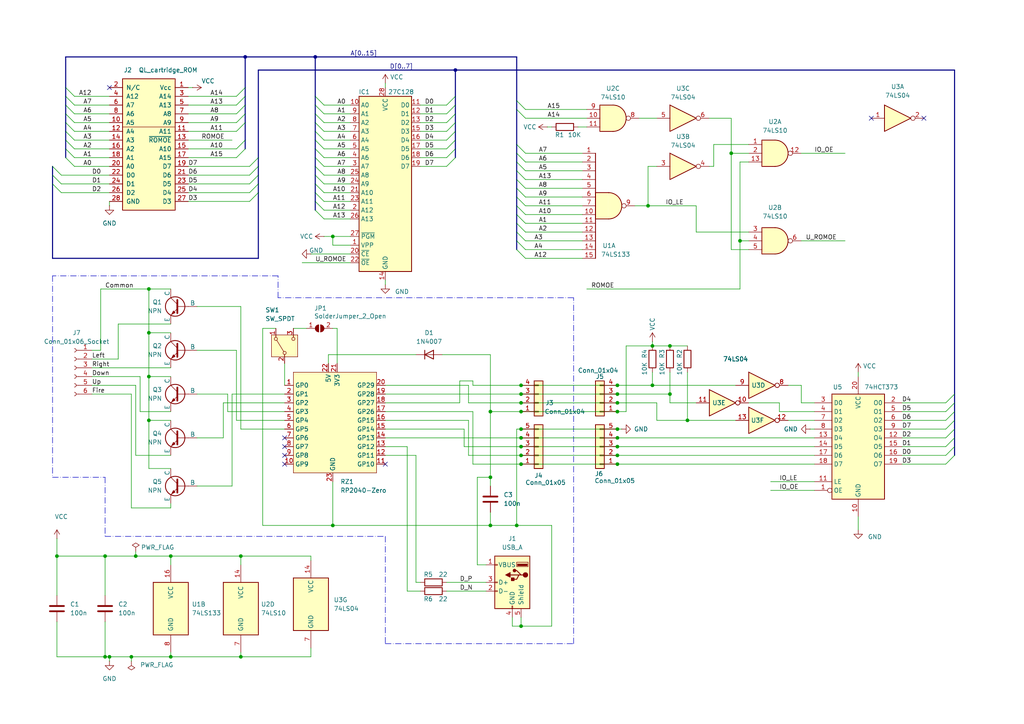
<source format=kicad_sch>
(kicad_sch (version 20231120) (generator "eeschema") (generator_version "8.0")
  (paper "A4")
  (title_block (title "mICE & Starmouse Cartridge for Sinclair QL") (date "2024-07-19") (rev "0") (company "(c) 2024 Alvaro Alea Fdz.") (comment 1 "IC2 should be 27C128 / W27C512") (comment 2 "https://ohwr.org/cern_ohl_s_v2.txt") (comment 3 "CERN Open Hardware Licence Version 2 - Strongly Reciprocal") (comment 4 "Under license"))
  (junction (at 212.09 44.45))
  (junction (at 132.08 20.32))
  (junction (at 187.96 59.69))
  (junction (at 142.24 138.43))
  (junction (at 30.48 161.29))
  (junction (at 39.37 161.29))
  (junction (at 151.13 134.62))
  (junction (at 96.52 152.4))
  (junction (at 142.24 152.4))
  (junction (at 151.13 114.3))
  (junction (at 69.85 190.5))
  (junction (at 189.23 111.76))
  (junction (at 149.86 152.4))
  (junction (at 179.07 132.08))
  (junction (at 151.13 116.84))
  (junction (at 49.53 161.29))
  (junction (at 151.13 127))
  (junction (at 151.13 132.08))
  (junction (at 179.07 134.62))
  (junction (at 194.31 100.33))
  (junction (at 49.53 190.5))
  (junction (at 43.18 83.82))
  (junction (at 69.85 161.29))
  (junction (at 151.13 129.54))
  (junction (at 16.51 161.29))
  (junction (at 179.07 116.84))
  (junction (at 199.39 121.92))
  (junction (at 179.07 129.54))
  (junction (at 151.13 124.46))
  (junction (at 151.13 119.38))
  (junction (at 96.52 68.58))
  (junction (at 214.63 69.85))
  (junction (at 91.44 16.51))
  (junction (at 38.1 190.5))
  (junction (at 151.13 181.61))
  (junction (at 151.13 111.76))
  (junction (at 142.24 119.38))
  (junction (at 43.18 109.22))
  (junction (at 43.18 121.92))
  (junction (at 179.07 119.38))
  (junction (at 179.07 114.3))
  (junction (at 189.23 100.33))
  (junction (at 31.75 190.5))
  (junction (at 71.12 16.51))
  (junction (at 179.07 127))
  (junction (at 30.48 190.5))
  (junction (at 43.18 96.52))
  (junction (at 179.07 111.76))
  (junction (at 194.31 114.3))
  (junction (at 179.07 124.46))
  (no_connect (at 82.55 127))
  (no_connect (at 267.97 34.29))
  (no_connect (at 252.73 34.29))
  (no_connect (at 82.55 134.62))
  (no_connect (at 82.55 129.54))
  (no_connect (at 111.76 134.62))
  (no_connect (at 82.55 132.08))
  (no_connect (at 31.75 25.4))
  (bus_entry (at 91.44 50.8) (size 2.54 2.54))
  (bus_entry (at 276.86 127) (size -2.54 2.54))
  (bus_entry (at 149.86 41.91) (size 2.54 2.54))
  (bus_entry (at 132.08 45.72) (size -2.54 2.54))
  (bus_entry (at 19.05 33.02) (size 2.54 2.54))
  (bus_entry (at 74.93 45.72) (size -2.54 2.54))
  (bus_entry (at 149.86 46.99) (size 2.54 2.54))
  (bus_entry (at 91.44 33.02) (size 2.54 2.54))
  (bus_entry (at 19.05 40.64) (size 2.54 2.54))
  (bus_entry (at 149.86 69.85) (size 2.54 2.54))
  (bus_entry (at 71.12 40.64) (size -2.54 2.54))
  (bus_entry (at 276.86 114.3) (size -2.54 2.54))
  (bus_entry (at 19.05 25.4) (size 2.54 2.54))
  (bus_entry (at 149.86 49.53) (size 2.54 2.54))
  (bus_entry (at 71.12 27.94) (size -2.54 2.54))
  (bus_entry (at 71.12 35.56) (size -2.54 2.54))
  (bus_entry (at 132.08 35.56) (size -2.54 2.54))
  (bus_entry (at 91.44 43.18) (size 2.54 2.54))
  (bus_entry (at 19.05 27.94) (size 2.54 2.54))
  (bus_entry (at 91.44 35.56) (size 2.54 2.54))
  (bus_entry (at 149.86 44.45) (size 2.54 2.54))
  (bus_entry (at 74.93 48.26) (size -2.54 2.54))
  (bus_entry (at 15.24 48.26) (size 2.54 2.54))
  (bus_entry (at 132.08 30.48) (size -2.54 2.54))
  (bus_entry (at 15.24 53.34) (size 2.54 2.54))
  (bus_entry (at 19.05 43.18) (size 2.54 2.54))
  (bus_entry (at 19.05 38.1) (size 2.54 2.54))
  (bus_entry (at 91.44 55.88) (size 2.54 2.54))
  (bus_entry (at 91.44 48.26) (size 2.54 2.54))
  (bus_entry (at 149.86 31.75) (size 2.54 2.54))
  (bus_entry (at 132.08 38.1) (size -2.54 2.54))
  (bus_entry (at 132.08 27.94) (size -2.54 2.54))
  (bus_entry (at 71.12 33.02) (size -2.54 2.54))
  (bus_entry (at 91.44 60.96) (size 2.54 2.54))
  (bus_entry (at 91.44 53.34) (size 2.54 2.54))
  (bus_entry (at 276.86 116.84) (size -2.54 2.54))
  (bus_entry (at 71.12 43.18) (size -2.54 2.54))
  (bus_entry (at 149.86 29.21) (size 2.54 2.54))
  (bus_entry (at 132.08 40.64) (size -2.54 2.54))
  (bus_entry (at 149.86 72.39) (size 2.54 2.54))
  (bus_entry (at 149.86 62.23) (size 2.54 2.54))
  (bus_entry (at 15.24 50.8) (size 2.54 2.54))
  (bus_entry (at 149.86 54.61) (size 2.54 2.54))
  (bus_entry (at 71.12 30.48) (size -2.54 2.54))
  (bus_entry (at 91.44 45.72) (size 2.54 2.54))
  (bus_entry (at 74.93 53.34) (size -2.54 2.54))
  (bus_entry (at 276.86 119.38) (size -2.54 2.54))
  (bus_entry (at 74.93 55.88) (size -2.54 2.54))
  (bus_entry (at 19.05 35.56) (size 2.54 2.54))
  (bus_entry (at 149.86 52.07) (size 2.54 2.54))
  (bus_entry (at 19.05 30.48) (size 2.54 2.54))
  (bus_entry (at 132.08 43.18) (size -2.54 2.54))
  (bus_entry (at 149.86 64.77) (size 2.54 2.54))
  (bus_entry (at 91.44 40.64) (size 2.54 2.54))
  (bus_entry (at 132.08 33.02) (size -2.54 2.54))
  (bus_entry (at 149.86 59.69) (size 2.54 2.54))
  (bus_entry (at 149.86 57.15) (size 2.54 2.54))
  (bus_entry (at 19.05 45.72) (size 2.54 2.54))
  (bus_entry (at 276.86 129.54) (size -2.54 2.54))
  (bus_entry (at 276.86 124.46) (size -2.54 2.54))
  (bus_entry (at 74.93 50.8) (size -2.54 2.54))
  (bus_entry (at 91.44 38.1) (size 2.54 2.54))
  (bus_entry (at 91.44 27.94) (size 2.54 2.54))
  (bus_entry (at 276.86 132.08) (size -2.54 2.54))
  (bus_entry (at 149.86 67.31) (size 2.54 2.54))
  (bus_entry (at 91.44 58.42) (size 2.54 2.54))
  (bus_entry (at 91.44 30.48) (size 2.54 2.54))
  (bus_entry (at 71.12 25.4) (size -2.54 2.54))
  (bus_entry (at 276.86 121.92) (size -2.54 2.54))
  (wire (pts (xy 199.39 107.95) (xy 199.39 121.92)))
  (wire (pts (xy 26.67 114.3) (xy 38.1 114.3)))
  (wire (pts (xy 135.89 132.08) (xy 151.13 132.08)))
  (wire (pts (xy 207.01 41.91) (xy 217.17 41.91)))
  (wire (pts (xy 121.92 43.18) (xy 129.54 43.18)))
  (bus (pts (xy 276.86 132.08) (xy 276.86 129.54)))
  (bus (pts (xy 91.44 35.56) (xy 91.44 38.1)))
  (bus (pts (xy 91.44 45.72) (xy 91.44 48.26)))
  (wire (pts (xy 93.98 53.34) (xy 101.6 53.34)))
  (wire (pts (xy 138.43 138.43) (xy 138.43 163.83)))
  (wire (pts (xy 261.62 129.54) (xy 274.32 129.54)))
  (wire (pts (xy 17.78 53.34) (xy 31.75 53.34)))
  (wire (pts (xy 189.23 111.76) (xy 213.36 111.76)))
  (wire (pts (xy 93.98 60.96) (xy 101.6 60.96)))
  (wire (pts (xy 149.86 124.46) (xy 149.86 152.4)))
  (wire (pts (xy 223.52 139.7) (xy 236.22 139.7)))
  (wire (pts (xy 134.62 129.54) (xy 134.62 124.46)))
  (wire (pts (xy 43.18 96.52) (xy 49.53 96.52)))
  (bus (pts (xy 276.86 20.32) (xy 276.86 114.3)))
  (wire (pts (xy 179.07 134.62) (xy 236.22 134.62)))
  (wire (pts (xy 76.2 95.25) (xy 76.2 152.4)))
  (wire (pts (xy 152.4 44.45) (xy 168.91 44.45)))
  (bus (pts (xy 15.24 50.8) (xy 15.24 53.34)))
  (bus (pts (xy 132.08 38.1) (xy 132.08 40.64)))
  (bus (pts (xy 74.93 55.88) (xy 74.93 74.93)))
  (wire (pts (xy 232.41 116.84) (xy 236.22 116.84)))
  (bus (pts (xy 71.12 16.51) (xy 71.12 25.4)))
  (wire (pts (xy 199.39 100.33) (xy 194.31 100.33)))
  (wire (pts (xy 134.62 124.46) (xy 111.76 124.46)))
  (wire (pts (xy 138.43 163.83) (xy 140.97 163.83)))
  (wire (pts (xy 135.89 116.84) (xy 151.13 116.84)))
  (wire (pts (xy 261.62 127) (xy 274.32 127)))
  (wire (pts (xy 64.77 116.84) (xy 82.55 116.84)))
  (wire (pts (xy 38.1 190.5) (xy 49.53 190.5)))
  (wire (pts (xy 111.76 119.38) (xy 137.16 119.38)))
  (wire (pts (xy 93.98 63.5) (xy 101.6 63.5)))
  (polyline (pts (xy 111.76 155.575) (xy 111.76 186.69)) (stroke (width 0) (type dash_dot)))
  (wire (pts (xy 54.61 25.4) (xy 55.88 25.4)))
  (wire (pts (xy 31.75 190.5) (xy 31.75 191.77)))
  (wire (pts (xy 16.51 161.29) (xy 16.51 172.72)))
  (wire (pts (xy 16.51 161.29) (xy 30.48 161.29)))
  (wire (pts (xy 39.37 161.29) (xy 30.48 161.29)))
  (wire (pts (xy 54.61 45.72) (xy 68.58 45.72)))
  (bus (pts (xy 149.86 41.91) (xy 149.86 44.45)))
  (bus (pts (xy 19.05 30.48) (xy 19.05 33.02)))
  (wire (pts (xy 49.53 190.5) (xy 69.85 190.5)))
  (wire (pts (xy 217.17 72.39) (xy 212.09 72.39)))
  (wire (pts (xy 160.02 152.4) (xy 149.86 152.4)))
  (wire (pts (xy 93.98 30.48) (xy 101.6 30.48)))
  (wire (pts (xy 194.31 107.95) (xy 194.31 114.3)))
  (wire (pts (xy 76.2 152.4) (xy 96.52 152.4)))
  (wire (pts (xy 135.89 121.92) (xy 135.89 132.08)))
  (wire (pts (xy 152.4 67.31) (xy 168.91 67.31)))
  (wire (pts (xy 152.4 54.61) (xy 168.91 54.61)))
  (wire (pts (xy 194.31 114.3) (xy 194.31 116.84)))
  (wire (pts (xy 152.4 69.85) (xy 168.91 69.85)))
  (wire (pts (xy 93.98 68.58) (xy 96.52 68.58)))
  (wire (pts (xy 187.96 48.26) (xy 187.96 59.69)))
  (wire (pts (xy 64.77 127) (xy 57.15 127)))
  (polyline (pts (xy 30.48 138.43) (xy 30.48 155.575)) (stroke (width 0) (type dash_dot)))
  (wire (pts (xy 179.07 124.46) (xy 180.34 124.46)))
  (wire (pts (xy 226.06 116.84) (xy 217.17 116.84)))
  (wire (pts (xy 66.04 114.3) (xy 66.04 119.38)))
  (bus (pts (xy 132.08 30.48) (xy 132.08 33.02)))
  (bus (pts (xy 74.93 50.8) (xy 74.93 53.34)))
  (wire (pts (xy 39.37 111.76) (xy 39.37 132.08)))
  (wire (pts (xy 49.53 190.5) (xy 49.53 189.23)))
  (wire (pts (xy 205.74 34.29) (xy 212.09 34.29)))
  (wire (pts (xy 69.85 124.46) (xy 82.55 124.46)))
  (wire (pts (xy 43.18 135.89) (xy 49.53 135.89)))
  (bus (pts (xy 91.44 38.1) (xy 91.44 40.64)))
  (wire (pts (xy 179.07 134.62) (xy 151.13 134.62)))
  (wire (pts (xy 201.93 59.69) (xy 201.93 67.31)))
  (wire (pts (xy 232.41 69.85) (xy 245.11 69.85)))
  (wire (pts (xy 187.96 59.69) (xy 201.93 59.69)))
  (wire (pts (xy 54.61 55.88) (xy 72.39 55.88)))
  (wire (pts (xy 185.42 34.29) (xy 190.5 34.29)))
  (wire (pts (xy 49.53 147.32) (xy 38.1 147.32)))
  (wire (pts (xy 93.98 35.56) (xy 101.6 35.56)))
  (wire (pts (xy 57.15 101.6) (xy 68.58 101.6)))
  (bus (pts (xy 91.44 40.64) (xy 91.44 43.18)))
  (wire (pts (xy 21.59 35.56) (xy 31.75 35.56)))
  (wire (pts (xy 43.18 121.92) (xy 49.53 121.92)))
  (wire (pts (xy 85.09 95.25) (xy 88.9 95.25)))
  (bus (pts (xy 91.44 16.51) (xy 149.86 16.51)))
  (wire (pts (xy 205.74 48.26) (xy 207.01 48.26)))
  (wire (pts (xy 142.24 119.38) (xy 142.24 102.87)))
  (bus (pts (xy 71.12 35.56) (xy 71.12 40.64)))
  (wire (pts (xy 151.13 111.76) (xy 179.07 111.76)))
  (wire (pts (xy 111.76 127) (xy 151.13 127)))
  (wire (pts (xy 96.52 139.7) (xy 96.52 152.4)))
  (wire (pts (xy 16.51 190.5) (xy 16.51 180.34)))
  (wire (pts (xy 30.48 190.5) (xy 16.51 190.5)))
  (wire (pts (xy 31.75 190.5) (xy 30.48 190.5)))
  (wire (pts (xy 38.1 190.5) (xy 31.75 190.5)))
  (bus (pts (xy 19.05 38.1) (xy 19.05 40.64)))
  (bus (pts (xy 149.86 52.07) (xy 149.86 54.61)))
  (bus (pts (xy 149.86 62.23) (xy 149.86 64.77)))
  (wire (pts (xy 121.92 40.64) (xy 129.54 40.64)))
  (bus (pts (xy 91.44 43.18) (xy 91.44 45.72)))
  (wire (pts (xy 261.62 121.92) (xy 274.32 121.92)))
  (polyline (pts (xy 80.645 80.01) (xy 15.24 80.01)) (stroke (width 0) (type dash_dot)))
  (wire (pts (xy 93.98 50.8) (xy 101.6 50.8)))
  (bus (pts (xy 19.05 35.56) (xy 19.05 38.1)))
  (bus (pts (xy 15.24 74.93) (xy 74.93 74.93)))
  (wire (pts (xy 152.4 62.23) (xy 168.91 62.23)))
  (wire (pts (xy 261.62 116.84) (xy 274.32 116.84)))
  (wire (pts (xy 179.07 127) (xy 236.22 127)))
  (wire (pts (xy 234.95 124.46) (xy 236.22 124.46)))
  (wire (pts (xy 43.18 109.22) (xy 49.53 109.22)))
  (bus (pts (xy 149.86 57.15) (xy 149.86 59.69)))
  (polyline (pts (xy 15.24 80.01) (xy 15.24 138.43)) (stroke (width 0) (type dash_dot)))
  (bus (pts (xy 132.08 35.56) (xy 132.08 38.1)))
  (wire (pts (xy 152.4 72.39) (xy 168.91 72.39)))
  (bus (pts (xy 276.86 129.54) (xy 276.86 127)))
  (wire (pts (xy 184.15 59.69) (xy 187.96 59.69)))
  (bus (pts (xy 74.93 53.34) (xy 74.93 55.88)))
  (wire (pts (xy 26.67 104.14) (xy 34.29 104.14)))
  (wire (pts (xy 66.04 114.3) (xy 57.15 114.3)))
  (wire (pts (xy 49.53 161.29) (xy 49.53 163.83)))
  (wire (pts (xy 111.76 81.28) (xy 111.76 82.55)))
  (wire (pts (xy 66.04 119.38) (xy 82.55 119.38)))
  (wire (pts (xy 39.37 160.02) (xy 39.37 161.29)))
  (wire (pts (xy 142.24 152.4) (xy 149.86 152.4)))
  (wire (pts (xy 29.21 101.6) (xy 29.21 83.82)))
  (bus (pts (xy 19.05 25.4) (xy 19.05 27.94)))
  (wire (pts (xy 93.98 38.1) (xy 101.6 38.1)))
  (wire (pts (xy 179.07 129.54) (xy 151.13 129.54)))
  (wire (pts (xy 201.93 67.31) (xy 217.17 67.31)))
  (bus (pts (xy 91.44 33.02) (xy 91.44 35.56)))
  (wire (pts (xy 21.59 33.02) (xy 31.75 33.02)))
  (wire (pts (xy 142.24 152.4) (xy 142.24 148.59)))
  (wire (pts (xy 151.13 119.38) (xy 179.07 119.38)))
  (wire (pts (xy 67.31 114.3) (xy 82.55 114.3)))
  (wire (pts (xy 232.41 116.84) (xy 232.41 111.76)))
  (wire (pts (xy 43.18 109.22) (xy 43.18 121.92)))
  (wire (pts (xy 43.18 83.82) (xy 49.53 83.82)))
  (wire (pts (xy 179.07 111.76) (xy 189.23 111.76)))
  (wire (pts (xy 179.07 116.84) (xy 190.5 116.84)))
  (wire (pts (xy 17.78 55.88) (xy 31.75 55.88)))
  (wire (pts (xy 97.79 105.41) (xy 97.79 95.25)))
  (bus (pts (xy 74.93 45.72) (xy 74.93 48.26)))
  (polyline (pts (xy 30.48 155.575) (xy 111.76 155.575)) (stroke (width 0) (type dash_dot)))
  (wire (pts (xy 212.09 44.45) (xy 212.09 34.29)))
  (bus (pts (xy 132.08 43.18) (xy 132.08 45.72)))
  (bus (pts (xy 276.86 127) (xy 276.86 124.46)))
  (wire (pts (xy 49.53 161.29) (xy 69.85 161.29)))
  (wire (pts (xy 158.75 36.83) (xy 160.02 36.83)))
  (wire (pts (xy 93.98 55.88) (xy 101.6 55.88)))
  (wire (pts (xy 38.1 114.3) (xy 38.1 147.32)))
  (wire (pts (xy 214.63 69.85) (xy 214.63 83.82)))
  (bus (pts (xy 149.86 16.51) (xy 149.86 29.21)))
  (wire (pts (xy 29.21 83.82) (xy 43.18 83.82)))
  (polyline (pts (xy 80.645 86.36) (xy 80.645 80.01)) (stroke (width 0) (type dash_dot)))
  (wire (pts (xy 39.37 161.29) (xy 49.53 161.29)))
  (wire (pts (xy 90.17 73.66) (xy 101.6 73.66)))
  (wire (pts (xy 21.59 48.26) (xy 31.75 48.26)))
  (wire (pts (xy 118.11 129.54) (xy 118.11 171.45)))
  (wire (pts (xy 21.59 45.72) (xy 31.75 45.72)))
  (wire (pts (xy 93.98 48.26) (xy 101.6 48.26)))
  (wire (pts (xy 49.53 132.08) (xy 39.37 132.08)))
  (wire (pts (xy 90.17 161.29) (xy 90.17 162.56)))
  (wire (pts (xy 142.24 138.43) (xy 138.43 138.43)))
  (wire (pts (xy 179.07 132.08) (xy 151.13 132.08)))
  (wire (pts (xy 152.4 57.15) (xy 168.91 57.15)))
  (wire (pts (xy 96.52 71.12) (xy 101.6 71.12)))
  (wire (pts (xy 54.61 38.1) (xy 68.58 38.1)))
  (wire (pts (xy 111.76 132.08) (xy 120.65 132.08)))
  (wire (pts (xy 87.63 76.2) (xy 101.6 76.2)))
  (wire (pts (xy 121.92 35.56) (xy 129.54 35.56)))
  (wire (pts (xy 152.4 46.99) (xy 168.91 46.99)))
  (bus (pts (xy 74.93 20.32) (xy 132.08 20.32)))
  (bus (pts (xy 132.08 20.32) (xy 132.08 27.94)))
  (wire (pts (xy 93.98 58.42) (xy 101.6 58.42)))
  (wire (pts (xy 54.61 50.8) (xy 72.39 50.8)))
  (wire (pts (xy 69.85 190.5) (xy 90.17 190.5)))
  (bus (pts (xy 19.05 16.51) (xy 19.05 25.4)))
  (bus (pts (xy 71.12 16.51) (xy 19.05 16.51)))
  (wire (pts (xy 232.41 111.76) (xy 228.6 111.76)))
  (wire (pts (xy 26.67 111.76) (xy 39.37 111.76)))
  (bus (pts (xy 276.86 119.38) (xy 276.86 116.84)))
  (bus (pts (xy 19.05 33.02) (xy 19.05 35.56)))
  (wire (pts (xy 179.07 127) (xy 151.13 127)))
  (wire (pts (xy 111.76 114.3) (xy 151.13 114.3)))
  (wire (pts (xy 111.76 24.13) (xy 111.76 25.4)))
  (bus (pts (xy 91.44 53.34) (xy 91.44 55.88)))
  (bus (pts (xy 132.08 27.94) (xy 132.08 30.48)))
  (bus (pts (xy 91.44 58.42) (xy 91.44 60.96)))
  (wire (pts (xy 129.54 168.91) (xy 140.97 168.91)))
  (wire (pts (xy 137.16 111.76) (xy 151.13 111.76)))
  (wire (pts (xy 179.07 129.54) (xy 236.22 129.54)))
  (bus (pts (xy 149.86 44.45) (xy 149.86 46.99)))
  (wire (pts (xy 226.06 119.38) (xy 236.22 119.38)))
  (wire (pts (xy 21.59 40.64) (xy 31.75 40.64)))
  (bus (pts (xy 71.12 16.51) (xy 91.44 16.51)))
  (wire (pts (xy 96.52 68.58) (xy 96.52 71.12)))
  (wire (pts (xy 21.59 30.48) (xy 31.75 30.48)))
  (bus (pts (xy 132.08 33.02) (xy 132.08 35.56)))
  (wire (pts (xy 228.6 121.92) (xy 236.22 121.92)))
  (wire (pts (xy 248.92 149.86) (xy 248.92 153.67)))
  (wire (pts (xy 190.5 48.26) (xy 187.96 48.26)))
  (wire (pts (xy 261.62 132.08) (xy 274.32 132.08)))
  (wire (pts (xy 118.11 171.45) (xy 121.92 171.45)))
  (bus (pts (xy 149.86 69.85) (xy 149.86 72.39)))
  (bus (pts (xy 149.86 29.21) (xy 149.86 31.75)))
  (bus (pts (xy 149.86 49.53) (xy 149.86 52.07)))
  (wire (pts (xy 189.23 107.95) (xy 189.23 111.76)))
  (wire (pts (xy 179.07 116.84) (xy 151.13 116.84)))
  (bus (pts (xy 71.12 40.64) (xy 71.12 43.18)))
  (wire (pts (xy 151.13 124.46) (xy 149.86 124.46)))
  (wire (pts (xy 261.62 134.62) (xy 274.32 134.62)))
  (wire (pts (xy 128.27 102.87) (xy 142.24 102.87)))
  (wire (pts (xy 49.53 119.38) (xy 40.64 119.38)))
  (polyline (pts (xy 166.37 186.69) (xy 166.37 86.36)) (stroke (width 0) (type dash_dot)))
  (wire (pts (xy 151.13 181.61) (xy 151.13 179.07)))
  (wire (pts (xy 26.67 106.68) (xy 49.53 106.68)))
  (wire (pts (xy 212.09 72.39) (xy 212.09 44.45)))
  (wire (pts (xy 30.48 180.34) (xy 30.48 190.5)))
  (bus (pts (xy 19.05 40.64) (xy 19.05 43.18)))
  (wire (pts (xy 151.13 129.54) (xy 134.62 129.54)))
  (bus (pts (xy 91.44 48.26) (xy 91.44 50.8)))
  (wire (pts (xy 54.61 48.26) (xy 72.39 48.26)))
  (wire (pts (xy 261.62 119.38) (xy 274.32 119.38)))
  (wire (pts (xy 248.92 107.95) (xy 248.92 109.22)))
  (bus (pts (xy 15.24 53.34) (xy 15.24 74.93)))
  (wire (pts (xy 96.52 95.25) (xy 97.79 95.25)))
  (bus (pts (xy 71.12 27.94) (xy 71.12 30.48)))
  (wire (pts (xy 54.61 58.42) (xy 72.39 58.42)))
  (wire (pts (xy 133.35 110.49) (xy 137.16 110.49)))
  (wire (pts (xy 111.76 129.54) (xy 118.11 129.54)))
  (wire (pts (xy 189.23 99.06) (xy 189.23 100.33)))
  (wire (pts (xy 129.54 171.45) (xy 140.97 171.45)))
  (wire (pts (xy 43.18 83.82) (xy 43.18 96.52)))
  (wire (pts (xy 135.89 111.76) (xy 111.76 111.76)))
  (wire (pts (xy 179.07 119.38) (xy 181.61 119.38)))
  (wire (pts (xy 26.67 101.6) (xy 29.21 101.6)))
  (wire (pts (xy 93.98 33.02) (xy 101.6 33.02)))
  (wire (pts (xy 152.4 64.77) (xy 168.91 64.77)))
  (wire (pts (xy 214.63 46.99) (xy 214.63 69.85)))
  (wire (pts (xy 223.52 142.24) (xy 236.22 142.24)))
  (wire (pts (xy 93.98 40.64) (xy 101.6 40.64)))
  (wire (pts (xy 96.52 152.4) (xy 142.24 152.4)))
  (polyline (pts (xy 15.24 138.43) (xy 30.48 138.43)) (stroke (width 0) (type dash_dot)))
  (wire (pts (xy 142.24 119.38) (xy 142.24 138.43)))
  (wire (pts (xy 179.07 114.3) (xy 194.31 114.3)))
  (wire (pts (xy 121.92 33.02) (xy 129.54 33.02)))
  (wire (pts (xy 148.59 179.07) (xy 148.59 181.61)))
  (bus (pts (xy 149.86 59.69) (xy 149.86 62.23)))
  (bus (pts (xy 276.86 116.84) (xy 276.86 114.3)))
  (wire (pts (xy 38.1 190.5) (xy 38.1 191.77)))
  (bus (pts (xy 91.44 30.48) (xy 91.44 33.02)))
  (wire (pts (xy 54.61 43.18) (xy 68.58 43.18)))
  (wire (pts (xy 69.85 190.5) (xy 69.85 189.23)))
  (bus (pts (xy 91.44 50.8) (xy 91.44 53.34)))
  (wire (pts (xy 152.4 31.75) (xy 170.18 31.75)))
  (wire (pts (xy 57.15 88.9) (xy 69.85 88.9)))
  (bus (pts (xy 132.08 20.32) (xy 276.86 20.32)))
  (bus (pts (xy 276.86 124.46) (xy 276.86 121.92)))
  (bus (pts (xy 71.12 25.4) (xy 71.12 27.94)))
  (wire (pts (xy 245.11 44.45) (xy 232.41 44.45)))
  (wire (pts (xy 69.85 88.9) (xy 69.85 124.46)))
  (wire (pts (xy 67.31 114.3) (xy 67.31 140.97)))
  (wire (pts (xy 68.58 121.92) (xy 82.55 121.92)))
  (wire (pts (xy 181.61 100.33) (xy 189.23 100.33)))
  (bus (pts (xy 149.86 46.99) (xy 149.86 49.53)))
  (wire (pts (xy 17.78 50.8) (xy 31.75 50.8)))
  (wire (pts (xy 30.48 161.29) (xy 30.48 172.72)))
  (bus (pts (xy 91.44 27.94) (xy 91.44 30.48)))
  (polyline (pts (xy 166.37 86.36) (xy 80.645 86.36)) (stroke (width 0) (type dash_dot)))
  (wire (pts (xy 26.67 109.22) (xy 40.64 109.22)))
  (polyline (pts (xy 111.76 186.69) (xy 166.37 186.69)) (stroke (width 0) (type dash_dot)))
  (wire (pts (xy 31.75 58.42) (xy 31.75 59.69)))
  (wire (pts (xy 133.35 116.84) (xy 133.35 110.49)))
  (wire (pts (xy 170.18 83.82) (xy 214.63 83.82)))
  (wire (pts (xy 142.24 138.43) (xy 142.24 140.97)))
  (bus (pts (xy 19.05 43.18) (xy 19.05 45.72)))
  (wire (pts (xy 261.62 124.46) (xy 274.32 124.46)))
  (wire (pts (xy 213.36 121.92) (xy 199.39 121.92)))
  (wire (pts (xy 214.63 69.85) (xy 217.17 69.85)))
  (bus (pts (xy 91.44 55.88) (xy 91.44 58.42)))
  (wire (pts (xy 111.76 121.92) (xy 135.89 121.92)))
  (bus (pts (xy 149.86 31.75) (xy 149.86 41.91)))
  (wire (pts (xy 95.25 102.87) (xy 120.65 102.87)))
  (bus (pts (xy 15.24 48.26) (xy 15.24 50.8)))
  (bus (pts (xy 74.93 20.32) (xy 74.93 45.72)))
  (wire (pts (xy 64.77 116.84) (xy 64.77 127)))
  (wire (pts (xy 148.59 181.61) (xy 151.13 181.61)))
  (wire (pts (xy 201.93 116.84) (xy 194.31 116.84)))
  (wire (pts (xy 121.92 38.1) (xy 129.54 38.1)))
  (wire (pts (xy 217.17 46.99) (xy 214.63 46.99)))
  (wire (pts (xy 160.02 181.61) (xy 160.02 152.4)))
  (wire (pts (xy 76.2 95.25) (xy 80.01 95.25)))
  (wire (pts (xy 207.01 48.26) (xy 207.01 41.91)))
  (wire (pts (xy 54.61 53.34) (xy 72.39 53.34)))
  (wire (pts (xy 121.92 30.48) (xy 129.54 30.48)))
  (wire (pts (xy 181.61 119.38) (xy 181.61 100.33)))
  (wire (pts (xy 54.61 30.48) (xy 68.58 30.48)))
  (bus (pts (xy 71.12 33.02) (xy 71.12 35.56)))
  (wire (pts (xy 21.59 27.94) (xy 31.75 27.94)))
  (wire (pts (xy 179.07 132.08) (xy 236.22 132.08)))
  (wire (pts (xy 57.15 140.97) (xy 67.31 140.97)))
  (wire (pts (xy 152.4 49.53) (xy 168.91 49.53)))
  (wire (pts (xy 93.98 43.18) (xy 101.6 43.18)))
  (bus (pts (xy 91.44 16.51) (xy 91.44 27.94)))
  (wire (pts (xy 96.52 68.58) (xy 101.6 68.58)))
  (wire (pts (xy 137.16 134.62) (xy 151.13 134.62)))
  (wire (pts (xy 69.85 161.29) (xy 90.17 161.29)))
  (wire (pts (xy 49.53 146.05) (xy 49.53 147.32)))
  (wire (pts (xy 121.92 168.91) (xy 120.65 168.91)))
  (wire (pts (xy 34.29 93.98) (xy 34.29 104.14)))
  (wire (pts (xy 217.17 44.45) (xy 212.09 44.45)))
  (wire (pts (xy 152.4 52.07) (xy 168.91 52.07)))
  (wire (pts (xy 135.89 111.76) (xy 135.89 116.84)))
  (wire (pts (xy 21.59 43.18) (xy 31.75 43.18)))
  (wire (pts (xy 151.13 181.61) (xy 160.02 181.61)))
  (wire (pts (xy 54.61 40.64) (xy 67.31 40.64)))
  (wire (pts (xy 69.85 163.83) (xy 69.85 161.29)))
  (wire (pts (xy 34.29 93.98) (xy 49.53 93.98)))
  (wire (pts (xy 152.4 74.93) (xy 168.91 74.93)))
  (bus (pts (xy 71.12 30.48) (xy 71.12 33.02)))
  (wire (pts (xy 68.58 101.6) (xy 68.58 121.92)))
  (wire (pts (xy 93.98 45.72) (xy 101.6 45.72)))
  (bus (pts (xy 19.05 27.94) (xy 19.05 30.48)))
  (bus (pts (xy 149.86 64.77) (xy 149.86 67.31)))
  (wire (pts (xy 111.76 116.84) (xy 133.35 116.84)))
  (wire (pts (xy 54.61 35.56) (xy 68.58 35.56)))
  (wire (pts (xy 82.55 105.41) (xy 82.55 111.76)))
  (wire (pts (xy 43.18 121.92) (xy 43.18 135.89)))
  (wire (pts (xy 152.4 34.29) (xy 170.18 34.29)))
  (wire (pts (xy 194.31 100.33) (xy 189.23 100.33)))
  (wire (pts (xy 121.92 45.72) (xy 129.54 45.72)))
  (bus (pts (xy 132.08 40.64) (xy 132.08 43.18)))
  (wire (pts (xy 190.5 116.84) (xy 190.5 121.92)))
  (wire (pts (xy 190.5 121.92) (xy 199.39 121.92)))
  (bus (pts (xy 74.93 48.26) (xy 74.93 50.8)))
  (wire (pts (xy 21.59 38.1) (xy 31.75 38.1)))
  (wire (pts (xy 226.06 119.38) (xy 226.06 116.84)))
  (bus (pts (xy 149.86 54.61) (xy 149.86 57.15)))
  (wire (pts (xy 167.64 36.83) (xy 170.18 36.83)))
  (wire (pts (xy 152.4 59.69) (xy 168.91 59.69)))
  (wire (pts (xy 16.51 156.21) (xy 16.51 161.29)))
  (wire (pts (xy 120.65 168.91) (xy 120.65 132.08)))
  (wire (pts (xy 137.16 119.38) (xy 137.16 134.62)))
  (wire (pts (xy 121.92 48.26) (xy 129.54 48.26)))
  (wire (pts (xy 40.64 119.38) (xy 40.64 109.22)))
  (wire (pts (xy 54.61 33.02) (xy 68.58 33.02)))
  (wire (pts (xy 151.13 114.3) (xy 179.07 114.3)))
  (wire (pts (xy 54.61 27.94) (xy 68.58 27.94)))
  (wire (pts (xy 43.18 96.52) (xy 43.18 109.22)))
  (wire (pts (xy 137.16 111.76) (xy 137.16 110.49)))
  (bus (pts (xy 276.86 121.92) (xy 276.86 119.38)))
  (bus (pts (xy 149.86 67.31) (xy 149.86 69.85)))
  (wire (pts (xy 95.25 102.87) (xy 95.25 105.41)))
  (wire (pts (xy 90.17 187.96) (xy 90.17 190.5)))
  (wire (pts (xy 142.24 119.38) (xy 151.13 119.38)))
  (wire (pts (xy 179.07 124.46) (xy 151.13 124.46)))
  (label "D3" (at 54.61 58.42 0))
  (label "A10" (at 96.52 55.88 0))
  (label "A13" (at 96.52 63.5 0))
  (label "A6" (at 156.21 46.99 0))
  (label "A[0..15]" (at 101.6 16.51 0))
  (label "A11" (at 96.52 58.42 0))
  (label "A5" (at 156.21 49.53 0))
  (label "A2" (at 24.13 43.18 0))
  (label "A9" (at 97.79 53.34 0))
  (label "D1" (at 26.67 53.34 0))
  (label "A4" (at 24.13 38.1 0))
  (label "A4" (at 97.79 40.64 0))
  (label "D5" (at 54.61 53.34 0))
  (label "D7" (at 54.61 48.26 0))
  (label "A7" (at 24.13 30.48 0))
  (label "A13" (at 60.96 30.48 0))
  (label "D5" (at 261.62 119.38 0))
  (label "D[0..7]" (at 113.03 20.32 0))
  (label "A5" (at 24.13 35.56 0))
  (label "A4" (at 154.94 72.39 0))
  (label "A6" (at 97.79 45.72 0))
  (label "A13" (at 156.21 52.07 0))
  (label "A3" (at 24.13 40.64 0))
  (label "IO_OE" (at 236.22 44.45 0))
  (label "A8" (at 97.79 50.8 0))
  (label "A12" (at 22.86 27.94 0))
  (label "D2" (at 123.19 35.56 0))
  (label "A11" (at 60.96 38.1 0))
  (label "D0" (at 123.19 30.48 0))
  (label "A8" (at 156.21 54.61 0))
  (label "D2" (at 26.67 55.88 0))
  (label "D1" (at 123.19 33.02 0))
  (label "ROMOE" (at 171.45 83.82 0))
  (label "A3" (at 97.79 38.1 0))
  (label "A1" (at 156.21 64.77 0))
  (label "D6" (at 261.62 121.92 0))
  (label "D3" (at 261.62 134.62 0))
  (label "D3" (at 123.19 38.1 0))
  (label "Fire" (at 26.67 114.3 0))
  (label "D4" (at 261.62 116.84 0))
  (label "D4" (at 123.19 40.64 0))
  (label "A7" (at 156.21 44.45 0))
  (label "A6" (at 24.13 33.02 0))
  (label "A9" (at 60.96 35.56 0))
  (label "A2" (at 97.79 35.56 0))
  (label "D1" (at 261.62 129.54 0))
  (label "A11" (at 156.21 59.69 0))
  (label "A9" (at 156.21 57.15 0))
  (label "IO_LE" (at 226.06 139.7 0))
  (label "U_ROMOE" (at 233.68 69.85 0))
  (label "D0" (at 261.62 132.08 0))
  (label "IO_OE" (at 226.06 142.24 0))
  (label "D7" (at 123.19 48.26 0))
  (label "Up" (at 26.67 111.76 0))
  (label "D7" (at 261.62 124.46 0))
  (label "Left" (at 26.67 104.14 0))
  (label "U_ROMOE" (at 91.44 76.2 0))
  (label "A3" (at 154.94 69.85 0))
  (label "A2" (at 156.21 67.31 0))
  (label "Common" (at 30.48 83.82 0))
  (label "A15" (at 60.96 45.72 0))
  (label "D_N" (at 133.35 171.45 0))
  (label "D2" (at 261.62 127 0))
  (label "A1" (at 24.13 45.72 0))
  (label "A10" (at 60.96 43.18 0))
  (label "D_P" (at 133.35 168.91 0))
  (label "IO_LE" (at 193.04 59.69 0))
  (label "Down" (at 26.67 109.22 0))
  (label "D6" (at 54.61 50.8 0))
  (label "ROMOE" (at 58.42 40.64 0))
  (label "A0" (at 24.13 48.26 0))
  (label "A14" (at 158.75 34.29 0))
  (label "A12" (at 96.52 60.96 0))
  (label "A0" (at 97.79 30.48 0))
  (label "A5" (at 97.79 43.18 0))
  (label "D6" (at 123.19 45.72 0))
  (label "D4" (at 54.61 55.88 0))
  (label "A7" (at 97.79 48.26 0))
  (label "A12" (at 154.94 74.93 0))
  (label "A14" (at 60.96 27.94 0))
  (label "A15" (at 158.75 31.75 0))
  (label "A8" (at 60.96 33.02 0))
  (label "D0" (at 26.67 50.8 0))
  (label "A1" (at 97.79 33.02 0))
  (label "D5" (at 123.19 43.18 0))
  (label "Right" (at 26.67 106.68 0))
  (label "A10" (at 156.21 62.23 0))
  (symbol (lib_id "power:GND") (at 31.75 191.77 0) (unit 1)
    (property "Reference" "#PWR03" (effects (hide yes)))
    (property "Value" "GND" (at 31.75 196.85 0))
    (property "Description" "Power symbol creates a global label with name \"GND\" , ground" (effects (hide yes)))
  )
  (symbol (lib_id "74xx:74LS10") (at 224.79 44.45 0) (unit 1)
    (property "Reference" "U2" (at 224.79 35.306 0))
    (property "Value" "74LS10" (at 224.79 37.846 0))
    (property "Footprint" "Package_DIP:DIP-14_W7.62mm_LongPads" (effects (hide yes)))
    (property "Datasheet" "http://www.ti.com/lit/gpn/sn74LS10" (effects (hide yes)))
  )
  (symbol (lib_id "Connector_Generic:Conn_01x04") (at 173.99 116.84 180) (unit 1)
    (property "Reference" "J5" (at 173.99 109.22 0))
    (property "Value" "Conn_01x04" (at 173.482 107.442 0))
    (property "Footprint" "Connector_PinSocket_2.54mm:PinSocket_1x04_P2.54mm_Vertical" (effects (hide yes)))
  )
  (symbol (lib_id "Device:C") (at 142.24 144.78 0) (unit 1)
    (property "Reference" "C3" (at 146.05 143.51 0) (effects (justify left)))
    (property "Value" "100n" (at 146.05 146.05 0) (effects (justify left)))
    (property "Footprint" "Capacitor_THT:C_Disc_D5.0mm_W2.5mm_P5.00mm" (effects (hide yes)))
  )
  (symbol (lib_id "74xx:74LS04") (at 198.12 34.29 0) (unit 3)
    (property "Reference" "U3" (at 198.12 25.654 0))
    (property "Value" "74LS04" (at 198.12 28.194 0))
    (property "Footprint" "Package_DIP:DIP-14_W7.62mm_LongPads" (effects (hide yes)))
    (property "Datasheet" "http://www.ti.com/lit/gpn/sn74LS04" (effects (hide yes)))
  )
  (symbol (lib_id "power:VCC") (at 93.98 68.58 90) (unit 1)
    (property "Reference" "#PWR06" (effects (hide yes)))
    (property "Value" "VCC" (at 86.995 68.5799 90) (effects (justify right)))
    (property "Description" "Power symbol creates a global label with name \"VCC\"" (effects (hide yes)))
  )
  (symbol (lib_id "power:VCC") (at 248.92 107.95 0) (unit 1)
    (property "Reference" "#PWR013" (effects (hide yes)))
    (property "Value" "VCC" (at 252.222 106.172 0))
    (property "Description" "Power symbol creates a global label with name \"VCC\"" (effects (hide yes)))
  )
  (symbol (lib_id "74xx:74LS10") (at 224.79 69.85 0) (unit 2)
    (property "Reference" "U2" (at 224.79 60.198 0))
    (property "Value" "74LS10" (at 224.79 62.738 0))
    (property "Footprint" "Package_DIP:DIP-14_W7.62mm_LongPads" (effects (hide yes)))
    (property "Datasheet" "http://www.ti.com/lit/gpn/sn74LS10" (effects (hide yes)))
  )
  (symbol (lib_id "Connector:Conn_01x06_Socket") (at 21.59 106.68 0) (mirror y) (unit 1)
    (property "Reference" "J7" (at 22.225 96.52 0))
    (property "Value" "Conn_01x06_Socket" (at 22.225 99.06 0))
    (property "Footprint" "Connector_Molex:Molex_KK-254_AE-6410-06A_1x06_P2.54mm_Vertical" (effects (hide yes)))
  )
  (symbol (lib_id "Simulation_SPICE:NPN") (at 52.07 140.97 0) (mirror y) (unit 1)
    (property "Reference" "Q5" (at 46.99 139.7 0) (effects (justify left)))
    (property "Value" "NPN" (at 46.99 142.24 0) (effects (justify left)))
    (property "Footprint" "Package_TO_SOT_THT:TO-92" (effects (hide yes)))
    (property "Datasheet" "https://ngspice.sourceforge.io/docs/ngspice-html-manual/manual.xhtml#cha_BJTs" (effects (hide yes)))
    (property "Description" "Bipolar transistor symbol for simulation only, substrate tied to the emitter" (effects (hide yes)))
    (property "Sim.Device" "NPN" (effects (hide yes)))
    (property "Sim.Type" "GUMMELPOON" (effects (hide yes)))
    (property "Sim.Pins" "1=C 2=B 3=E" (effects (hide yes)))
  )
  (symbol (lib_id "power:PWR_FLAG") (at 38.1 191.77 180) (unit 1)
    (property "Reference" "#FLG01" (effects (hide yes)))
    (property "Value" "PWR_FLAG" (at 40.64 192.8494 0) (effects (justify right)))
    (property "Description" "Special symbol for telling ERC where power comes from" (effects (hide yes)))
  )
  (symbol (lib_id "power:GND") (at 31.75 59.69 0) (unit 1)
    (property "Reference" "#PWR02" (effects (hide yes)))
    (property "Value" "GND" (at 31.75 64.77 0))
    (property "Description" "Power symbol creates a global label with name \"GND\" , ground" (effects (hide yes)))
  )
  (symbol (lib_id "power:GND") (at 180.34 124.46 90) (unit 1)
    (property "Reference" "#PWR010" (effects (hide yes)))
    (property "Value" "GND" (at 185.928 124.46 90))
    (property "Description" "Power symbol creates a global label with name \"GND\" , ground" (effects (hide yes)))
  )
  (symbol (lib_id "8bits:QL_cartridge_ROM") (at 41.91 45.72 0) (unit 1)
    (property "Reference" "J2" (at 37.084 20.32 0))
    (property "Value" "QL_cartridge_ROM" (at 48.768 20.32 0))
    (property "Footprint" "8bits:CART_QL_EDGE" (effects (hide yes)))
  )
  (symbol (lib_id "Device:R") (at 189.23 104.14 0) (mirror y) (unit 1)
    (property "Reference" "R4" (at 186.944 102.616 90))
    (property "Value" "10K" (at 186.944 106.934 90))
    (property "Footprint" "Resistor_THT:R_Axial_DIN0207_L6.3mm_D2.5mm_P7.62mm_Horizontal" (effects (hide yes)))
  )
  (symbol (lib_id "power:GND") (at 234.95 124.46 270) (unit 1)
    (property "Reference" "#PWR012" (effects (hide yes)))
    (property "Value" "GND" (at 229.362 124.46 90))
    (property "Description" "Power symbol creates a global label with name \"GND\" , ground" (effects (hide yes)))
  )
  (symbol (lib_id "Device:R") (at 194.31 104.14 0) (mirror y) (unit 1)
    (property "Reference" "R3" (at 192.024 102.616 90))
    (property "Value" "10K" (at 192.024 106.934 90))
    (property "Footprint" "Resistor_THT:R_Axial_DIN0207_L6.3mm_D2.5mm_P7.62mm_Horizontal" (effects (hide yes)))
  )
  (symbol (lib_id "Device:R") (at 125.73 168.91 90) (unit 1)
    (property "Reference" "R5" (at 124.206 166.624 90))
    (property "Value" "22" (at 128.524 166.624 90))
    (property "Footprint" "Resistor_THT:R_Axial_DIN0207_L6.3mm_D2.5mm_P7.62mm_Horizontal" (effects (hide yes)))
  )
  (symbol (lib_id "Device:R") (at 199.39 104.14 0) (mirror y) (unit 1)
    (property "Reference" "R2" (at 197.104 102.616 90))
    (property "Value" "10K" (at 197.104 106.934 90))
    (property "Footprint" "Resistor_THT:R_Axial_DIN0207_L6.3mm_D2.5mm_P7.62mm_Horizontal" (effects (hide yes)))
  )
  (symbol (lib_id "Connector:USB_A") (at 148.59 168.91 0) (mirror y) (unit 1)
    (property "Reference" "J1" (at 148.59 156.21 0))
    (property "Value" "USB_A" (at 148.59 158.75 0))
    (property "Footprint" "Connector_USB:USB_A_Molex_67643_Horizontal" (effects (hide yes)))
    (property "Description" "USB Type A connector" (effects (hide yes)))
  )
  (symbol (lib_id "rp2040-zero:RP2040-Zero") (at 96.52 121.92 0) (unit 1)
    (property "Reference" "RZ1" (at 98.7141 139.7 0) (effects (justify left)))
    (property "Value" "RP2040-Zero" (at 98.7141 142.24 0) (effects (justify left)))
    (property "Footprint" "8bits:RP2040-Zero" (effects (hide yes)))
  )
  (symbol (lib_id "power:VCC") (at 158.75 36.83 90) (unit 1)
    (property "Reference" "#PWR09" (effects (hide yes)))
    (property "Value" "VCC" (at 151.765 36.8299 90) (effects (justify right)))
    (property "Description" "Power symbol creates a global label with name \"VCC\"" (effects (hide yes)))
  )
  (symbol (lib_id "power:PWR_FLAG") (at 39.37 160.02 0) (unit 1)
    (property "Reference" "#FLG02" (effects (hide yes)))
    (property "Value" "PWR_FLAG" (at 45.72 158.75 0))
    (property "Description" "Special symbol for telling ERC where power comes from" (effects (hide yes)))
  )
  (symbol (lib_id "74xx:74LS04") (at 90.17 175.26 0) (unit 7)
    (property "Reference" "U3" (at 96.774 173.9899 0) (effects (justify left)))
    (property "Value" "74LS04" (at 96.774 176.5299 0) (effects (justify left)))
    (property "Footprint" "Package_DIP:DIP-14_W7.62mm_LongPads" (effects (hide yes)))
    (property "Datasheet" "http://www.ti.com/lit/gpn/sn74LS04" (effects (hide yes)))
  )
  (symbol (lib_id "Switch:SW_SPDT") (at 82.55 100.33 90) (unit 1)
    (property "Reference" "SW1" (at 76.962 89.916 90) (effects (justify right)))
    (property "Value" "SW_SPDT" (at 76.962 92.456 90) (effects (justify right)))
    (property "Footprint" "Connector_PinHeader_2.54mm:PinHeader_1x03_P2.54mm_Vertical" (effects (hide yes)))
    (property "Description" "Switch, single pole double throw" (effects (hide yes)))
  )
  (symbol (lib_id "Connector_Generic:Conn_01x05") (at 156.21 129.54 0) (mirror x) (unit 1)
    (property "Reference" "J4" (at 156.21 137.922 0))
    (property "Value" "Conn_01x05" (at 158.242 139.954 0))
    (property "Footprint" "Connector_PinHeader_2.54mm:PinHeader_1x05_P2.54mm_Vertical" (effects (hide yes)))
  )
  (symbol (lib_id "74xx:74LS04") (at 209.55 116.84 0) (unit 5)
    (property "Reference" "U3" (at 208.534 116.84 0))
    (property "Value" "74LS04" (at 213.36 104.14 0))
    (property "Footprint" "Package_DIP:DIP-14_W7.62mm_LongPads" (effects (hide yes)))
    (property "Datasheet" "http://www.ti.com/lit/gpn/sn74LS04" (effects (hide yes)))
  )
  (symbol (lib_id "Simulation_SPICE:NPN") (at 52.07 127 0) (mirror y) (unit 1)
    (property "Reference" "Q4" (at 46.99 125.73 0) (effects (justify left)))
    (property "Value" "NPN" (at 46.99 128.27 0) (effects (justify left)))
    (property "Footprint" "Package_TO_SOT_THT:TO-92" (effects (hide yes)))
    (property "Datasheet" "https://ngspice.sourceforge.io/docs/ngspice-html-manual/manual.xhtml#cha_BJTs" (effects (hide yes)))
    (property "Description" "Bipolar transistor symbol for simulation only, substrate tied to the emitter" (effects (hide yes)))
    (property "Sim.Device" "NPN" (effects (hide yes)))
    (property "Sim.Type" "GUMMELPOON" (effects (hide yes)))
    (property "Sim.Pins" "1=C 2=B 3=E" (effects (hide yes)))
  )
  (symbol (lib_id "power:VCC") (at 111.76 24.13 0) (unit 1)
    (property "Reference" "#PWR07" (effects (hide yes)))
    (property "Value" "VCC" (at 115.062 22.352 0))
    (property "Description" "Power symbol creates a global label with name \"VCC\"" (effects (hide yes)))
  )
  (symbol (lib_id "Jumper:SolderJumper_2_Open") (at 92.71 95.25 0) (unit 1)
    (property "Reference" "JP1" (at 92.964 89.408 0))
    (property "Value" "SolderJumper_2_Open" (at 101.6 91.694 0))
    (property "Footprint" "Jumper:SolderJumper-2_P1.3mm_Open_RoundedPad1.0x1.5mm" (effects (hide yes)))
  )
  (symbol (lib_id "Device:R") (at 163.83 36.83 90) (mirror x) (unit 1)
    (property "Reference" "R1" (at 162.306 39.116 90))
    (property "Value" "10K" (at 166.624 39.116 90))
    (property "Footprint" "Resistor_THT:R_Axial_DIN0207_L6.3mm_D2.5mm_P7.62mm_Horizontal" (effects (hide yes)))
  )
  (symbol (lib_id "74xx:74LS133") (at 176.53 59.69 0) (unit 1)
    (property "Reference" "U1" (at 176.657 71.247 0))
    (property "Value" "74LS133" (at 178.562 73.787 0))
    (property "Footprint" "Package_DIP:DIP-16_W7.62mm_LongPads" (effects (hide yes)))
    (property "Datasheet" "http://www.ti.com/lit/gpn/sn74LS133" (effects (hide yes)))
  )
  (symbol (lib_id "power:VCC") (at 55.88 25.4 270) (unit 1)
    (property "Reference" "#PWR04" (effects (hide yes)))
    (property "Value" "VCC" (at 58.42 23.495 90) (effects (justify left)))
    (property "Description" "Power symbol creates a global label with name \"VCC\"" (effects (hide yes)))
  )
  (symbol (lib_id "Device:C") (at 30.48 176.53 0) (unit 1)
    (property "Reference" "C2" (at 34.29 175.26 0) (effects (justify left)))
    (property "Value" "100n" (at 34.29 177.8 0) (effects (justify left)))
    (property "Footprint" "Capacitor_THT:C_Disc_D5.0mm_W2.5mm_P5.00mm" (effects (hide yes)))
  )
  (symbol (lib_id "74xx:74LS04") (at 260.35 34.29 0) (unit 1)
    (property "Reference" "U3" (at 260.35 25.146 0))
    (property "Value" "74LS04" (at 260.35 27.686 0))
    (property "Footprint" "Package_DIP:DIP-14_W7.62mm_LongPads" (effects (hide yes)))
    (property "Datasheet" "http://www.ti.com/lit/gpn/sn74LS04" (effects (hide yes)))
  )
  (symbol (lib_id "74xx:74HCT373") (at 248.92 129.54 0) (unit 1)
    (property "Reference" "U5" (at 241.554 112.268 0) (effects (justify left)))
    (property "Value" "74HCT373" (at 250.698 112.268 0) (effects (justify left)))
    (property "Footprint" "Package_DIP:DIP-20_W7.62mm_LongPads" (effects (hide yes)))
    (property "Datasheet" "https://www.ti.com/lit/ds/symlink/sn74hct373.pdf" (effects (hide yes)))
  )
  (symbol (lib_id "Simulation_SPICE:NPN") (at 52.07 101.6 0) (mirror y) (unit 1)
    (property "Reference" "Q2" (at 46.99 100.33 0) (effects (justify left)))
    (property "Value" "NPN" (at 46.99 102.87 0) (effects (justify left)))
    (property "Footprint" "Package_TO_SOT_THT:TO-92" (effects (hide yes)))
    (property "Datasheet" "https://ngspice.sourceforge.io/docs/ngspice-html-manual/manual.xhtml#cha_BJTs" (effects (hide yes)))
    (property "Description" "Bipolar transistor symbol for simulation only, substrate tied to the emitter" (effects (hide yes)))
    (property "Sim.Device" "NPN" (effects (hide yes)))
    (property "Sim.Type" "GUMMELPOON" (effects (hide yes)))
    (property "Sim.Pins" "1=C 2=B 3=E" (effects (hide yes)))
  )
  (symbol (lib_id "Simulation_SPICE:NPN") (at 52.07 88.9 0) (mirror y) (unit 1)
    (property "Reference" "Q1" (at 46.99 87.63 0) (effects (justify left)))
    (property "Value" "NPN" (at 46.99 90.17 0) (effects (justify left)))
    (property "Footprint" "Package_TO_SOT_THT:TO-92" (effects (hide yes)))
    (property "Datasheet" "https://ngspice.sourceforge.io/docs/ngspice-html-manual/manual.xhtml#cha_BJTs" (effects (hide yes)))
    (property "Description" "Bipolar transistor symbol for simulation only, substrate tied to the emitter" (effects (hide yes)))
    (property "Sim.Device" "NPN" (effects (hide yes)))
    (property "Sim.Type" "GUMMELPOON" (effects (hide yes)))
    (property "Sim.Pins" "1=C 2=B 3=E" (effects (hide yes)))
  )
  (symbol (lib_id "power:VCC") (at 189.23 99.06 0) (unit 1)
    (property "Reference" "#PWR011" (effects (hide yes)))
    (property "Value" "VCC" (at 189.2301 92.075 90) (effects (justify right)))
    (property "Description" "Power symbol creates a global label with name \"VCC\"" (effects (hide yes)))
  )
  (symbol (lib_id "Connector_Generic:Conn_01x05") (at 173.99 129.54 180) (unit 1)
    (property "Reference" "J6" (at 173.736 137.414 0))
    (property "Value" "Conn_01x05" (at 178.308 139.446 0))
    (property "Footprint" "Connector_PinSocket_2.54mm:PinSocket_1x05_P2.54mm_Vertical" (effects (hide yes)))
  )
  (symbol (lib_id "power:GND") (at 90.17 73.66 270) (unit 1)
    (property "Reference" "#PWR05" (effects (hide yes)))
    (property "Value" "GND" (at 89.662 72.644 90) (effects (justify left)))
    (property "Description" "Power symbol creates a global label with name \"GND\" , ground" (effects (hide yes)))
  )
  (symbol (lib_id "74xx:74LS04") (at 198.12 48.26 0) (unit 2)
    (property "Reference" "U3" (at 198.12 39.624 0))
    (property "Value" "74LS04" (at 198.12 42.164 0))
    (property "Footprint" "Package_DIP:DIP-14_W7.62mm_LongPads" (effects (hide yes)))
    (property "Datasheet" "http://www.ti.com/lit/gpn/sn74LS04" (effects (hide yes)))
  )
  (symbol (lib_id "power:GND") (at 248.92 153.67 0) (unit 1)
    (property "Reference" "#PWR014" (effects (hide yes)))
    (property "Value" "GND" (at 253.746 155.702 0))
    (property "Description" "Power symbol creates a global label with name \"GND\" , ground" (effects (hide yes)))
  )
  (symbol (lib_id "74xx:74LS133") (at 49.53 176.53 0) (unit 2)
    (property "Reference" "U1" (at 55.626 175.2599 0) (effects (justify left)))
    (property "Value" "74LS133" (at 55.626 177.7999 0) (effects (justify left)))
    (property "Footprint" "Package_DIP:DIP-16_W7.62mm_LongPads" (effects (hide yes)))
    (property "Datasheet" "http://www.ti.com/lit/gpn/sn74LS133" (effects (hide yes)))
  )
  (symbol (lib_id "power:VCC") (at 16.51 156.21 0) (unit 1)
    (property "Reference" "#PWR01" (effects (hide yes)))
    (property "Value" "VCC" (at 17.78 149.86 0))
    (property "Description" "Power symbol creates a global label with name \"VCC\"" (effects (hide yes)))
  )
  (symbol (lib_id "74xx:74LS04") (at 220.98 111.76 0) (unit 4)
    (property "Reference" "U3" (at 219.964 111.76 0))
    (property "Value" "74LS04" (at 213.36 104.14 0))
    (property "Footprint" "Package_DIP:DIP-14_W7.62mm_LongPads" (effects (hide yes)))
    (property "Datasheet" "http://www.ti.com/lit/gpn/sn74LS04" (effects (hide yes)))
  )
  (symbol (lib_id "Device:R") (at 125.73 171.45 90) (mirror x) (unit 1)
    (property "Reference" "R6" (at 124.206 173.736 90))
    (property "Value" "22" (at 128.524 173.736 90))
    (property "Footprint" "Resistor_THT:R_Axial_DIN0207_L6.3mm_D2.5mm_P7.62mm_Horizontal" (effects (hide yes)))
  )
  (symbol (lib_id "Connector_Generic:Conn_01x04") (at 156.21 116.84 0) (mirror x) (unit 1)
    (property "Reference" "J3" (at 159.385 116.84 0))
    (property "Value" "Conn_01x04" (at 163.83 119.38 0))
    (property "Footprint" "Connector_PinHeader_2.54mm:PinHeader_1x04_P2.54mm_Vertical" (effects (hide yes)))
  )
  (symbol (lib_id "74xx:74LS10") (at 177.8 34.29 0) (unit 3)
    (property "Reference" "U2" (at 177.8 25.654 0))
    (property "Value" "74LS10" (at 177.8 28.194 0))
    (property "Footprint" "Package_DIP:DIP-14_W7.62mm_LongPads" (effects (hide yes)))
    (property "Datasheet" "http://www.ti.com/lit/gpn/sn74LS10" (effects (hide yes)))
  )
  (symbol (lib_id "Memory_EPROM:27C128") (at 111.76 53.34 0) (unit 1)
    (property "Reference" "IC1" (at 105.664 26.67 0))
    (property "Value" "27C128" (at 116.332 26.67 0))
    (property "Footprint" "Package_DIP:DIP-28_W15.24mm_LongPads" (effects (hide yes)))
    (property "Datasheet" "http://ww1.microchip.com/downloads/en/devicedoc/11003L.pdf" (effects (hide yes)))
  )
  (symbol (lib_id "74xx:74LS10") (at 69.85 176.53 0) (unit 4)
    (property "Reference" "U2" (at 75.692 175.2599 0) (effects (justify left)))
    (property "Value" "74LS10" (at 75.692 177.7999 0) (effects (justify left)))
    (property "Footprint" "Package_DIP:DIP-14_W7.62mm_LongPads" (effects (hide yes)))
    (property "Datasheet" "http://www.ti.com/lit/gpn/sn74LS10" (effects (hide yes)))
  )
  (symbol (lib_id "power:GND") (at 111.76 82.55 0) (unit 1)
    (property "Reference" "#PWR08" (effects (hide yes)))
    (property "Value" "GND" (at 116.586 84.582 0))
    (property "Description" "Power symbol creates a global label with name \"GND\" , ground" (effects (hide yes)))
  )
  (symbol (lib_id "74xx:74LS04") (at 220.98 121.92 0) (unit 6)
    (property "Reference" "U3" (at 219.71 121.92 0))
    (property "Value" "74LS04" (at 213.36 104.14 0))
    (property "Footprint" "Package_DIP:DIP-14_W7.62mm_LongPads" (effects (hide yes)))
    (property "Datasheet" "http://www.ti.com/lit/gpn/sn74LS04" (effects (hide yes)))
  )
  (symbol (lib_id "Device:C") (at 16.51 176.53 0) (unit 1)
    (property "Reference" "C1" (at 20.32 175.26 0) (effects (justify left)))
    (property "Value" "100n" (at 20.32 177.8 0) (effects (justify left)))
    (property "Footprint" "Capacitor_THT:C_Disc_D5.0mm_W2.5mm_P5.00mm" (effects (hide yes)))
  )
  (symbol (lib_id "Simulation_SPICE:NPN") (at 52.07 114.3 0) (mirror y) (unit 1)
    (property "Reference" "Q3" (at 46.99 113.03 0) (effects (justify left)))
    (property "Value" "NPN" (at 46.99 115.57 0) (effects (justify left)))
    (property "Footprint" "Package_TO_SOT_THT:TO-92" (effects (hide yes)))
    (property "Datasheet" "https://ngspice.sourceforge.io/docs/ngspice-html-manual/manual.xhtml#cha_BJTs" (effects (hide yes)))
    (property "Description" "Bipolar transistor symbol for simulation only, substrate tied to the emitter" (effects (hide yes)))
    (property "Sim.Device" "NPN" (effects (hide yes)))
    (property "Sim.Type" "GUMMELPOON" (effects (hide yes)))
    (property "Sim.Pins" "1=C 2=B 3=E" (effects (hide yes)))
  )
  (symbol (lib_id "Diode:1N4007") (at 124.46 102.87 0) (unit 1)
    (property "Reference" "D1" (at 124.46 96.52 0))
    (property "Value" "1N4007" (at 124.46 99.06 0))
    (property "Footprint" "Diode_THT:D_DO-41_SOD81_P10.16mm_Horizontal" (effects (hide yes)))
    (property "Datasheet" "http://www.vishay.com/docs/88503/1n4001.pdf" (effects (hide yes)))
    (property "Sim.Device" "D" (effects (hide yes)))
    (property "Sim.Pins" "1=K 2=A" (effects (hide yes)))
  )
)
</source>
